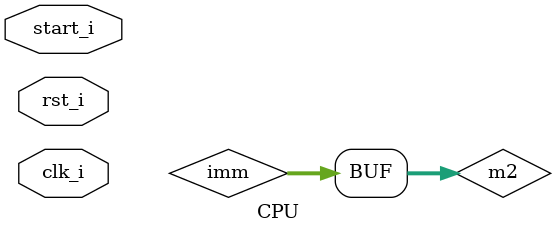
<source format=v>
`include "Adder.v"
`include "PC.v"
`include "Instruction_Memory.v"
`include "MUX32.v"
`include "Imm_Gen.v"
`include "Registers.v"
`include "Control.v"
`include "ALU.v"

module CPU
(
    clk_i, 
    rst_i,
    start_i
);

// Ports
input               clk_i;
input               rst_i;
input               start_i;

// PC
wire [31:0] pc; 
wire [31:0] next_pc;
parameter FOUR = 4;

Adder Add_PC(
    .data1_i    (pc),
    .data2_i    (FOUR),
    .data_o     (next_pc)
);

PC PC(
    .clk_i      (clk_i),
    .rst_i      (rst_i),
    .start_i    (start_i),
    .pc_i       (next_pc),
    .pc_o       (pc)
);


// Instruction
wire [31:0] instruction;
Instruction_Memory Instruction_Memory(
    .addr_i     (pc), 
    .instr_o    (instruction)
);

// Reg
wire [31:0] rs1;
wire [31:0] rs2;

Registers Registers(
    .clk_i       (clk_i),
    .RS1addr_i   (instruction[19:15]),
    .RS2addr_i   (instruction[24:20]),
    .RDaddr_i    (instruction[11:7]), 
    .RDdata_i    (alu_out),
    .RegWrite_i  (regwrite),
    .RS1data_o   (rs1), 
    .RS2data_o   (rs2) 
);

wire regwrite;
wire alusrc;
wire [3:0] aluctrl;

Control Control(
    .opcode(instruction[6:0]), 
    .funct3(instruction[14:12]), 
    .funct7(instruction[31:25]), 
    .regwrite(regwrite), 
    .alusrc(alusrc), 
    .aluctrl(aluctrl)
);


wire [31:0] imm;
Imm_Gen Imm_Gen(
    .instruction(instruction),
    .imm(imm)
);

// select for second operand of alu
wire [31:0] m1;
wire [31:0] m2;
wire [31:0] m_out;

assign m1 = rs2;
assign m2 = imm;

MUX32 MUX_ALUSrc(
    .data1_i    (m1),
    .data2_i    (m2),
    .select_i   (alusrc),
    .data_o     (m_out)
);
  

// ALU
wire [31:0] alu_op1;
wire [31:0] alu_op2;
assign alu_op1 = rs1;
assign alu_op2 = m_out;

wire [31:0] alu_out;
wire is_zero;

ALU ALU(
    .op1        (alu_op1),
    .op2        (alu_op2),
    .aluctrl    (aluctrl),
    .result     (alu_out),
    .zero       (is_zero)
);


endmodule


</source>
